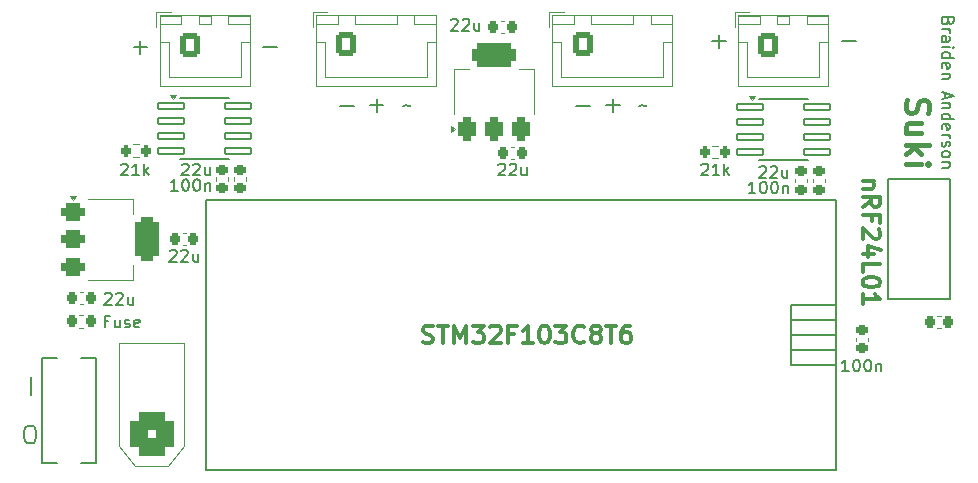
<source format=gto>
G04 #@! TF.GenerationSoftware,KiCad,Pcbnew,9.0.2+dfsg-1*
G04 #@! TF.CreationDate,2025-08-18T20:56:22-04:00*
G04 #@! TF.ProjectId,Basic_Controller,42617369-635f-4436-9f6e-74726f6c6c65,rev?*
G04 #@! TF.SameCoordinates,Original*
G04 #@! TF.FileFunction,Legend,Top*
G04 #@! TF.FilePolarity,Positive*
%FSLAX46Y46*%
G04 Gerber Fmt 4.6, Leading zero omitted, Abs format (unit mm)*
G04 Created by KiCad (PCBNEW 9.0.2+dfsg-1) date 2025-08-18 20:56:22*
%MOMM*%
%LPD*%
G01*
G04 APERTURE LIST*
G04 Aperture macros list*
%AMRoundRect*
0 Rectangle with rounded corners*
0 $1 Rounding radius*
0 $2 $3 $4 $5 $6 $7 $8 $9 X,Y pos of 4 corners*
0 Add a 4 corners polygon primitive as box body*
4,1,4,$2,$3,$4,$5,$6,$7,$8,$9,$2,$3,0*
0 Add four circle primitives for the rounded corners*
1,1,$1+$1,$2,$3*
1,1,$1+$1,$4,$5*
1,1,$1+$1,$6,$7*
1,1,$1+$1,$8,$9*
0 Add four rect primitives between the rounded corners*
20,1,$1+$1,$2,$3,$4,$5,0*
20,1,$1+$1,$4,$5,$6,$7,0*
20,1,$1+$1,$6,$7,$8,$9,0*
20,1,$1+$1,$8,$9,$2,$3,0*%
G04 Aperture macros list end*
%ADD10C,0.187500*%
%ADD11C,0.300000*%
%ADD12C,0.200000*%
%ADD13C,0.400000*%
%ADD14C,0.150000*%
%ADD15C,0.120000*%
%ADD16C,0.152400*%
%ADD17C,3.000000*%
%ADD18RoundRect,0.218750X0.218750X0.256250X-0.218750X0.256250X-0.218750X-0.256250X0.218750X-0.256250X0*%
%ADD19RoundRect,0.250000X-0.600000X-0.725000X0.600000X-0.725000X0.600000X0.725000X-0.600000X0.725000X0*%
%ADD20O,1.700000X1.950000*%
%ADD21R,2.400000X3.100000*%
%ADD22RoundRect,0.070000X-1.100000X-0.250000X1.100000X-0.250000X1.100000X0.250000X-1.100000X0.250000X0*%
%ADD23C,0.770000*%
%ADD24C,1.524000*%
%ADD25RoundRect,0.225000X0.250000X-0.225000X0.250000X0.225000X-0.250000X0.225000X-0.250000X-0.225000X0*%
%ADD26RoundRect,0.225000X-0.225000X-0.250000X0.225000X-0.250000X0.225000X0.250000X-0.225000X0.250000X0*%
%ADD27RoundRect,0.250000X-0.600000X-0.750000X0.600000X-0.750000X0.600000X0.750000X-0.600000X0.750000X0*%
%ADD28O,1.700000X2.000000*%
%ADD29C,1.320800*%
%ADD30RoundRect,0.200000X-0.200000X-0.275000X0.200000X-0.275000X0.200000X0.275000X-0.200000X0.275000X0*%
%ADD31RoundRect,0.760000X1.140000X-1.140000X1.140000X1.140000X-1.140000X1.140000X-1.140000X-1.140000X0*%
%ADD32C,4.000000*%
%ADD33RoundRect,0.375000X-0.625000X-0.375000X0.625000X-0.375000X0.625000X0.375000X-0.625000X0.375000X0*%
%ADD34RoundRect,0.500000X-0.500000X-1.400000X0.500000X-1.400000X0.500000X1.400000X-0.500000X1.400000X0*%
%ADD35RoundRect,0.225000X0.225000X0.250000X-0.225000X0.250000X-0.225000X-0.250000X0.225000X-0.250000X0*%
%ADD36RoundRect,0.375000X0.375000X-0.625000X0.375000X0.625000X-0.375000X0.625000X-0.375000X-0.625000X0*%
%ADD37RoundRect,0.500000X1.400000X-0.500000X1.400000X0.500000X-1.400000X0.500000X-1.400000X-0.500000X0*%
%ADD38R,1.295400X1.295400*%
%ADD39C,1.295400*%
%ADD40C,1.498600*%
G04 APERTURE END LIST*
D10*
X121306718Y-113179890D02*
X121306718Y-114679890D01*
D11*
X154483082Y-110229400D02*
X154697368Y-110300828D01*
X154697368Y-110300828D02*
X155054510Y-110300828D01*
X155054510Y-110300828D02*
X155197368Y-110229400D01*
X155197368Y-110229400D02*
X155268796Y-110157971D01*
X155268796Y-110157971D02*
X155340225Y-110015114D01*
X155340225Y-110015114D02*
X155340225Y-109872257D01*
X155340225Y-109872257D02*
X155268796Y-109729400D01*
X155268796Y-109729400D02*
X155197368Y-109657971D01*
X155197368Y-109657971D02*
X155054510Y-109586542D01*
X155054510Y-109586542D02*
X154768796Y-109515114D01*
X154768796Y-109515114D02*
X154625939Y-109443685D01*
X154625939Y-109443685D02*
X154554510Y-109372257D01*
X154554510Y-109372257D02*
X154483082Y-109229400D01*
X154483082Y-109229400D02*
X154483082Y-109086542D01*
X154483082Y-109086542D02*
X154554510Y-108943685D01*
X154554510Y-108943685D02*
X154625939Y-108872257D01*
X154625939Y-108872257D02*
X154768796Y-108800828D01*
X154768796Y-108800828D02*
X155125939Y-108800828D01*
X155125939Y-108800828D02*
X155340225Y-108872257D01*
X155768796Y-108800828D02*
X156625939Y-108800828D01*
X156197367Y-110300828D02*
X156197367Y-108800828D01*
X157125938Y-110300828D02*
X157125938Y-108800828D01*
X157125938Y-108800828D02*
X157625938Y-109872257D01*
X157625938Y-109872257D02*
X158125938Y-108800828D01*
X158125938Y-108800828D02*
X158125938Y-110300828D01*
X158697367Y-108800828D02*
X159625939Y-108800828D01*
X159625939Y-108800828D02*
X159125939Y-109372257D01*
X159125939Y-109372257D02*
X159340224Y-109372257D01*
X159340224Y-109372257D02*
X159483082Y-109443685D01*
X159483082Y-109443685D02*
X159554510Y-109515114D01*
X159554510Y-109515114D02*
X159625939Y-109657971D01*
X159625939Y-109657971D02*
X159625939Y-110015114D01*
X159625939Y-110015114D02*
X159554510Y-110157971D01*
X159554510Y-110157971D02*
X159483082Y-110229400D01*
X159483082Y-110229400D02*
X159340224Y-110300828D01*
X159340224Y-110300828D02*
X158911653Y-110300828D01*
X158911653Y-110300828D02*
X158768796Y-110229400D01*
X158768796Y-110229400D02*
X158697367Y-110157971D01*
X160197367Y-108943685D02*
X160268795Y-108872257D01*
X160268795Y-108872257D02*
X160411653Y-108800828D01*
X160411653Y-108800828D02*
X160768795Y-108800828D01*
X160768795Y-108800828D02*
X160911653Y-108872257D01*
X160911653Y-108872257D02*
X160983081Y-108943685D01*
X160983081Y-108943685D02*
X161054510Y-109086542D01*
X161054510Y-109086542D02*
X161054510Y-109229400D01*
X161054510Y-109229400D02*
X160983081Y-109443685D01*
X160983081Y-109443685D02*
X160125938Y-110300828D01*
X160125938Y-110300828D02*
X161054510Y-110300828D01*
X162197366Y-109515114D02*
X161697366Y-109515114D01*
X161697366Y-110300828D02*
X161697366Y-108800828D01*
X161697366Y-108800828D02*
X162411652Y-108800828D01*
X163768795Y-110300828D02*
X162911652Y-110300828D01*
X163340223Y-110300828D02*
X163340223Y-108800828D01*
X163340223Y-108800828D02*
X163197366Y-109015114D01*
X163197366Y-109015114D02*
X163054509Y-109157971D01*
X163054509Y-109157971D02*
X162911652Y-109229400D01*
X164697366Y-108800828D02*
X164840223Y-108800828D01*
X164840223Y-108800828D02*
X164983080Y-108872257D01*
X164983080Y-108872257D02*
X165054509Y-108943685D01*
X165054509Y-108943685D02*
X165125937Y-109086542D01*
X165125937Y-109086542D02*
X165197366Y-109372257D01*
X165197366Y-109372257D02*
X165197366Y-109729400D01*
X165197366Y-109729400D02*
X165125937Y-110015114D01*
X165125937Y-110015114D02*
X165054509Y-110157971D01*
X165054509Y-110157971D02*
X164983080Y-110229400D01*
X164983080Y-110229400D02*
X164840223Y-110300828D01*
X164840223Y-110300828D02*
X164697366Y-110300828D01*
X164697366Y-110300828D02*
X164554509Y-110229400D01*
X164554509Y-110229400D02*
X164483080Y-110157971D01*
X164483080Y-110157971D02*
X164411651Y-110015114D01*
X164411651Y-110015114D02*
X164340223Y-109729400D01*
X164340223Y-109729400D02*
X164340223Y-109372257D01*
X164340223Y-109372257D02*
X164411651Y-109086542D01*
X164411651Y-109086542D02*
X164483080Y-108943685D01*
X164483080Y-108943685D02*
X164554509Y-108872257D01*
X164554509Y-108872257D02*
X164697366Y-108800828D01*
X165697365Y-108800828D02*
X166625937Y-108800828D01*
X166625937Y-108800828D02*
X166125937Y-109372257D01*
X166125937Y-109372257D02*
X166340222Y-109372257D01*
X166340222Y-109372257D02*
X166483080Y-109443685D01*
X166483080Y-109443685D02*
X166554508Y-109515114D01*
X166554508Y-109515114D02*
X166625937Y-109657971D01*
X166625937Y-109657971D02*
X166625937Y-110015114D01*
X166625937Y-110015114D02*
X166554508Y-110157971D01*
X166554508Y-110157971D02*
X166483080Y-110229400D01*
X166483080Y-110229400D02*
X166340222Y-110300828D01*
X166340222Y-110300828D02*
X165911651Y-110300828D01*
X165911651Y-110300828D02*
X165768794Y-110229400D01*
X165768794Y-110229400D02*
X165697365Y-110157971D01*
X168125936Y-110157971D02*
X168054508Y-110229400D01*
X168054508Y-110229400D02*
X167840222Y-110300828D01*
X167840222Y-110300828D02*
X167697365Y-110300828D01*
X167697365Y-110300828D02*
X167483079Y-110229400D01*
X167483079Y-110229400D02*
X167340222Y-110086542D01*
X167340222Y-110086542D02*
X167268793Y-109943685D01*
X167268793Y-109943685D02*
X167197365Y-109657971D01*
X167197365Y-109657971D02*
X167197365Y-109443685D01*
X167197365Y-109443685D02*
X167268793Y-109157971D01*
X167268793Y-109157971D02*
X167340222Y-109015114D01*
X167340222Y-109015114D02*
X167483079Y-108872257D01*
X167483079Y-108872257D02*
X167697365Y-108800828D01*
X167697365Y-108800828D02*
X167840222Y-108800828D01*
X167840222Y-108800828D02*
X168054508Y-108872257D01*
X168054508Y-108872257D02*
X168125936Y-108943685D01*
X168983079Y-109443685D02*
X168840222Y-109372257D01*
X168840222Y-109372257D02*
X168768793Y-109300828D01*
X168768793Y-109300828D02*
X168697365Y-109157971D01*
X168697365Y-109157971D02*
X168697365Y-109086542D01*
X168697365Y-109086542D02*
X168768793Y-108943685D01*
X168768793Y-108943685D02*
X168840222Y-108872257D01*
X168840222Y-108872257D02*
X168983079Y-108800828D01*
X168983079Y-108800828D02*
X169268793Y-108800828D01*
X169268793Y-108800828D02*
X169411651Y-108872257D01*
X169411651Y-108872257D02*
X169483079Y-108943685D01*
X169483079Y-108943685D02*
X169554508Y-109086542D01*
X169554508Y-109086542D02*
X169554508Y-109157971D01*
X169554508Y-109157971D02*
X169483079Y-109300828D01*
X169483079Y-109300828D02*
X169411651Y-109372257D01*
X169411651Y-109372257D02*
X169268793Y-109443685D01*
X169268793Y-109443685D02*
X168983079Y-109443685D01*
X168983079Y-109443685D02*
X168840222Y-109515114D01*
X168840222Y-109515114D02*
X168768793Y-109586542D01*
X168768793Y-109586542D02*
X168697365Y-109729400D01*
X168697365Y-109729400D02*
X168697365Y-110015114D01*
X168697365Y-110015114D02*
X168768793Y-110157971D01*
X168768793Y-110157971D02*
X168840222Y-110229400D01*
X168840222Y-110229400D02*
X168983079Y-110300828D01*
X168983079Y-110300828D02*
X169268793Y-110300828D01*
X169268793Y-110300828D02*
X169411651Y-110229400D01*
X169411651Y-110229400D02*
X169483079Y-110157971D01*
X169483079Y-110157971D02*
X169554508Y-110015114D01*
X169554508Y-110015114D02*
X169554508Y-109729400D01*
X169554508Y-109729400D02*
X169483079Y-109586542D01*
X169483079Y-109586542D02*
X169411651Y-109515114D01*
X169411651Y-109515114D02*
X169268793Y-109443685D01*
X169983079Y-108800828D02*
X170840222Y-108800828D01*
X170411650Y-110300828D02*
X170411650Y-108800828D01*
X171983079Y-108800828D02*
X171697364Y-108800828D01*
X171697364Y-108800828D02*
X171554507Y-108872257D01*
X171554507Y-108872257D02*
X171483079Y-108943685D01*
X171483079Y-108943685D02*
X171340221Y-109157971D01*
X171340221Y-109157971D02*
X171268793Y-109443685D01*
X171268793Y-109443685D02*
X171268793Y-110015114D01*
X171268793Y-110015114D02*
X171340221Y-110157971D01*
X171340221Y-110157971D02*
X171411650Y-110229400D01*
X171411650Y-110229400D02*
X171554507Y-110300828D01*
X171554507Y-110300828D02*
X171840221Y-110300828D01*
X171840221Y-110300828D02*
X171983079Y-110229400D01*
X171983079Y-110229400D02*
X172054507Y-110157971D01*
X172054507Y-110157971D02*
X172125936Y-110015114D01*
X172125936Y-110015114D02*
X172125936Y-109657971D01*
X172125936Y-109657971D02*
X172054507Y-109515114D01*
X172054507Y-109515114D02*
X171983079Y-109443685D01*
X171983079Y-109443685D02*
X171840221Y-109372257D01*
X171840221Y-109372257D02*
X171554507Y-109372257D01*
X171554507Y-109372257D02*
X171411650Y-109443685D01*
X171411650Y-109443685D02*
X171340221Y-109515114D01*
X171340221Y-109515114D02*
X171268793Y-109657971D01*
D10*
X149989477Y-90157899D02*
X151132335Y-90157899D01*
X150560906Y-90729327D02*
X150560906Y-89586470D01*
X129980497Y-85235250D02*
X131123355Y-85235250D01*
X130551926Y-85806678D02*
X130551926Y-84663821D01*
X167480497Y-90235250D02*
X168623355Y-90235250D01*
D12*
X198939064Y-83035428D02*
X198891445Y-83178285D01*
X198891445Y-83178285D02*
X198843826Y-83225904D01*
X198843826Y-83225904D02*
X198748588Y-83273523D01*
X198748588Y-83273523D02*
X198605731Y-83273523D01*
X198605731Y-83273523D02*
X198510493Y-83225904D01*
X198510493Y-83225904D02*
X198462874Y-83178285D01*
X198462874Y-83178285D02*
X198415254Y-83083047D01*
X198415254Y-83083047D02*
X198415254Y-82702095D01*
X198415254Y-82702095D02*
X199415254Y-82702095D01*
X199415254Y-82702095D02*
X199415254Y-83035428D01*
X199415254Y-83035428D02*
X199367635Y-83130666D01*
X199367635Y-83130666D02*
X199320016Y-83178285D01*
X199320016Y-83178285D02*
X199224778Y-83225904D01*
X199224778Y-83225904D02*
X199129540Y-83225904D01*
X199129540Y-83225904D02*
X199034302Y-83178285D01*
X199034302Y-83178285D02*
X198986683Y-83130666D01*
X198986683Y-83130666D02*
X198939064Y-83035428D01*
X198939064Y-83035428D02*
X198939064Y-82702095D01*
X198415254Y-83702095D02*
X199081921Y-83702095D01*
X198891445Y-83702095D02*
X198986683Y-83749714D01*
X198986683Y-83749714D02*
X199034302Y-83797333D01*
X199034302Y-83797333D02*
X199081921Y-83892571D01*
X199081921Y-83892571D02*
X199081921Y-83987809D01*
X198415254Y-84749714D02*
X198939064Y-84749714D01*
X198939064Y-84749714D02*
X199034302Y-84702095D01*
X199034302Y-84702095D02*
X199081921Y-84606857D01*
X199081921Y-84606857D02*
X199081921Y-84416381D01*
X199081921Y-84416381D02*
X199034302Y-84321143D01*
X198462874Y-84749714D02*
X198415254Y-84654476D01*
X198415254Y-84654476D02*
X198415254Y-84416381D01*
X198415254Y-84416381D02*
X198462874Y-84321143D01*
X198462874Y-84321143D02*
X198558112Y-84273524D01*
X198558112Y-84273524D02*
X198653350Y-84273524D01*
X198653350Y-84273524D02*
X198748588Y-84321143D01*
X198748588Y-84321143D02*
X198796207Y-84416381D01*
X198796207Y-84416381D02*
X198796207Y-84654476D01*
X198796207Y-84654476D02*
X198843826Y-84749714D01*
X198415254Y-85225905D02*
X199081921Y-85225905D01*
X199415254Y-85225905D02*
X199367635Y-85178286D01*
X199367635Y-85178286D02*
X199320016Y-85225905D01*
X199320016Y-85225905D02*
X199367635Y-85273524D01*
X199367635Y-85273524D02*
X199415254Y-85225905D01*
X199415254Y-85225905D02*
X199320016Y-85225905D01*
X198415254Y-86130666D02*
X199415254Y-86130666D01*
X198462874Y-86130666D02*
X198415254Y-86035428D01*
X198415254Y-86035428D02*
X198415254Y-85844952D01*
X198415254Y-85844952D02*
X198462874Y-85749714D01*
X198462874Y-85749714D02*
X198510493Y-85702095D01*
X198510493Y-85702095D02*
X198605731Y-85654476D01*
X198605731Y-85654476D02*
X198891445Y-85654476D01*
X198891445Y-85654476D02*
X198986683Y-85702095D01*
X198986683Y-85702095D02*
X199034302Y-85749714D01*
X199034302Y-85749714D02*
X199081921Y-85844952D01*
X199081921Y-85844952D02*
X199081921Y-86035428D01*
X199081921Y-86035428D02*
X199034302Y-86130666D01*
X198462874Y-86987809D02*
X198415254Y-86892571D01*
X198415254Y-86892571D02*
X198415254Y-86702095D01*
X198415254Y-86702095D02*
X198462874Y-86606857D01*
X198462874Y-86606857D02*
X198558112Y-86559238D01*
X198558112Y-86559238D02*
X198939064Y-86559238D01*
X198939064Y-86559238D02*
X199034302Y-86606857D01*
X199034302Y-86606857D02*
X199081921Y-86702095D01*
X199081921Y-86702095D02*
X199081921Y-86892571D01*
X199081921Y-86892571D02*
X199034302Y-86987809D01*
X199034302Y-86987809D02*
X198939064Y-87035428D01*
X198939064Y-87035428D02*
X198843826Y-87035428D01*
X198843826Y-87035428D02*
X198748588Y-86559238D01*
X199081921Y-87464000D02*
X198415254Y-87464000D01*
X198986683Y-87464000D02*
X199034302Y-87511619D01*
X199034302Y-87511619D02*
X199081921Y-87606857D01*
X199081921Y-87606857D02*
X199081921Y-87749714D01*
X199081921Y-87749714D02*
X199034302Y-87844952D01*
X199034302Y-87844952D02*
X198939064Y-87892571D01*
X198939064Y-87892571D02*
X198415254Y-87892571D01*
X198700969Y-89083048D02*
X198700969Y-89559238D01*
X198415254Y-88987810D02*
X199415254Y-89321143D01*
X199415254Y-89321143D02*
X198415254Y-89654476D01*
X199081921Y-89987810D02*
X198415254Y-89987810D01*
X198986683Y-89987810D02*
X199034302Y-90035429D01*
X199034302Y-90035429D02*
X199081921Y-90130667D01*
X199081921Y-90130667D02*
X199081921Y-90273524D01*
X199081921Y-90273524D02*
X199034302Y-90368762D01*
X199034302Y-90368762D02*
X198939064Y-90416381D01*
X198939064Y-90416381D02*
X198415254Y-90416381D01*
X198415254Y-91321143D02*
X199415254Y-91321143D01*
X198462874Y-91321143D02*
X198415254Y-91225905D01*
X198415254Y-91225905D02*
X198415254Y-91035429D01*
X198415254Y-91035429D02*
X198462874Y-90940191D01*
X198462874Y-90940191D02*
X198510493Y-90892572D01*
X198510493Y-90892572D02*
X198605731Y-90844953D01*
X198605731Y-90844953D02*
X198891445Y-90844953D01*
X198891445Y-90844953D02*
X198986683Y-90892572D01*
X198986683Y-90892572D02*
X199034302Y-90940191D01*
X199034302Y-90940191D02*
X199081921Y-91035429D01*
X199081921Y-91035429D02*
X199081921Y-91225905D01*
X199081921Y-91225905D02*
X199034302Y-91321143D01*
X198462874Y-92178286D02*
X198415254Y-92083048D01*
X198415254Y-92083048D02*
X198415254Y-91892572D01*
X198415254Y-91892572D02*
X198462874Y-91797334D01*
X198462874Y-91797334D02*
X198558112Y-91749715D01*
X198558112Y-91749715D02*
X198939064Y-91749715D01*
X198939064Y-91749715D02*
X199034302Y-91797334D01*
X199034302Y-91797334D02*
X199081921Y-91892572D01*
X199081921Y-91892572D02*
X199081921Y-92083048D01*
X199081921Y-92083048D02*
X199034302Y-92178286D01*
X199034302Y-92178286D02*
X198939064Y-92225905D01*
X198939064Y-92225905D02*
X198843826Y-92225905D01*
X198843826Y-92225905D02*
X198748588Y-91749715D01*
X198415254Y-92654477D02*
X199081921Y-92654477D01*
X198891445Y-92654477D02*
X198986683Y-92702096D01*
X198986683Y-92702096D02*
X199034302Y-92749715D01*
X199034302Y-92749715D02*
X199081921Y-92844953D01*
X199081921Y-92844953D02*
X199081921Y-92940191D01*
X198462874Y-93225906D02*
X198415254Y-93321144D01*
X198415254Y-93321144D02*
X198415254Y-93511620D01*
X198415254Y-93511620D02*
X198462874Y-93606858D01*
X198462874Y-93606858D02*
X198558112Y-93654477D01*
X198558112Y-93654477D02*
X198605731Y-93654477D01*
X198605731Y-93654477D02*
X198700969Y-93606858D01*
X198700969Y-93606858D02*
X198748588Y-93511620D01*
X198748588Y-93511620D02*
X198748588Y-93368763D01*
X198748588Y-93368763D02*
X198796207Y-93273525D01*
X198796207Y-93273525D02*
X198891445Y-93225906D01*
X198891445Y-93225906D02*
X198939064Y-93225906D01*
X198939064Y-93225906D02*
X199034302Y-93273525D01*
X199034302Y-93273525D02*
X199081921Y-93368763D01*
X199081921Y-93368763D02*
X199081921Y-93511620D01*
X199081921Y-93511620D02*
X199034302Y-93606858D01*
X198415254Y-94225906D02*
X198462874Y-94130668D01*
X198462874Y-94130668D02*
X198510493Y-94083049D01*
X198510493Y-94083049D02*
X198605731Y-94035430D01*
X198605731Y-94035430D02*
X198891445Y-94035430D01*
X198891445Y-94035430D02*
X198986683Y-94083049D01*
X198986683Y-94083049D02*
X199034302Y-94130668D01*
X199034302Y-94130668D02*
X199081921Y-94225906D01*
X199081921Y-94225906D02*
X199081921Y-94368763D01*
X199081921Y-94368763D02*
X199034302Y-94464001D01*
X199034302Y-94464001D02*
X198986683Y-94511620D01*
X198986683Y-94511620D02*
X198891445Y-94559239D01*
X198891445Y-94559239D02*
X198605731Y-94559239D01*
X198605731Y-94559239D02*
X198510493Y-94511620D01*
X198510493Y-94511620D02*
X198462874Y-94464001D01*
X198462874Y-94464001D02*
X198415254Y-94368763D01*
X198415254Y-94368763D02*
X198415254Y-94225906D01*
X199081921Y-94987811D02*
X198415254Y-94987811D01*
X198986683Y-94987811D02*
X199034302Y-95035430D01*
X199034302Y-95035430D02*
X199081921Y-95130668D01*
X199081921Y-95130668D02*
X199081921Y-95273525D01*
X199081921Y-95273525D02*
X199034302Y-95368763D01*
X199034302Y-95368763D02*
X198939064Y-95416382D01*
X198939064Y-95416382D02*
X198415254Y-95416382D01*
D10*
X152766212Y-90235250D02*
X152837640Y-90163821D01*
X152837640Y-90163821D02*
X152980497Y-90092392D01*
X152980497Y-90092392D02*
X153266212Y-90235250D01*
X153266212Y-90235250D02*
X153409069Y-90163821D01*
X153409069Y-90163821D02*
X153480497Y-90092392D01*
X172766212Y-90235250D02*
X172837640Y-90163821D01*
X172837640Y-90163821D02*
X172980497Y-90092392D01*
X172980497Y-90092392D02*
X173266212Y-90235250D01*
X173266212Y-90235250D02*
X173409069Y-90163821D01*
X173409069Y-90163821D02*
X173480497Y-90092392D01*
D11*
X192699171Y-96554510D02*
X191699171Y-96554510D01*
X192556314Y-96554510D02*
X192627742Y-96625939D01*
X192627742Y-96625939D02*
X192699171Y-96768796D01*
X192699171Y-96768796D02*
X192699171Y-96983082D01*
X192699171Y-96983082D02*
X192627742Y-97125939D01*
X192627742Y-97125939D02*
X192484885Y-97197368D01*
X192484885Y-97197368D02*
X191699171Y-97197368D01*
X191699171Y-98768796D02*
X192413457Y-98268796D01*
X191699171Y-97911653D02*
X193199171Y-97911653D01*
X193199171Y-97911653D02*
X193199171Y-98483082D01*
X193199171Y-98483082D02*
X193127742Y-98625939D01*
X193127742Y-98625939D02*
X193056314Y-98697368D01*
X193056314Y-98697368D02*
X192913457Y-98768796D01*
X192913457Y-98768796D02*
X192699171Y-98768796D01*
X192699171Y-98768796D02*
X192556314Y-98697368D01*
X192556314Y-98697368D02*
X192484885Y-98625939D01*
X192484885Y-98625939D02*
X192413457Y-98483082D01*
X192413457Y-98483082D02*
X192413457Y-97911653D01*
X192484885Y-99911653D02*
X192484885Y-99411653D01*
X191699171Y-99411653D02*
X193199171Y-99411653D01*
X193199171Y-99411653D02*
X193199171Y-100125939D01*
X193056314Y-100625939D02*
X193127742Y-100697367D01*
X193127742Y-100697367D02*
X193199171Y-100840225D01*
X193199171Y-100840225D02*
X193199171Y-101197367D01*
X193199171Y-101197367D02*
X193127742Y-101340225D01*
X193127742Y-101340225D02*
X193056314Y-101411653D01*
X193056314Y-101411653D02*
X192913457Y-101483082D01*
X192913457Y-101483082D02*
X192770600Y-101483082D01*
X192770600Y-101483082D02*
X192556314Y-101411653D01*
X192556314Y-101411653D02*
X191699171Y-100554510D01*
X191699171Y-100554510D02*
X191699171Y-101483082D01*
X192699171Y-102768796D02*
X191699171Y-102768796D01*
X193270600Y-102411653D02*
X192199171Y-102054510D01*
X192199171Y-102054510D02*
X192199171Y-102983081D01*
X191699171Y-104268795D02*
X191699171Y-103554509D01*
X191699171Y-103554509D02*
X193199171Y-103554509D01*
X193199171Y-105054510D02*
X193199171Y-105197367D01*
X193199171Y-105197367D02*
X193127742Y-105340224D01*
X193127742Y-105340224D02*
X193056314Y-105411653D01*
X193056314Y-105411653D02*
X192913457Y-105483081D01*
X192913457Y-105483081D02*
X192627742Y-105554510D01*
X192627742Y-105554510D02*
X192270600Y-105554510D01*
X192270600Y-105554510D02*
X191984885Y-105483081D01*
X191984885Y-105483081D02*
X191842028Y-105411653D01*
X191842028Y-105411653D02*
X191770600Y-105340224D01*
X191770600Y-105340224D02*
X191699171Y-105197367D01*
X191699171Y-105197367D02*
X191699171Y-105054510D01*
X191699171Y-105054510D02*
X191770600Y-104911653D01*
X191770600Y-104911653D02*
X191842028Y-104840224D01*
X191842028Y-104840224D02*
X191984885Y-104768795D01*
X191984885Y-104768795D02*
X192270600Y-104697367D01*
X192270600Y-104697367D02*
X192627742Y-104697367D01*
X192627742Y-104697367D02*
X192913457Y-104768795D01*
X192913457Y-104768795D02*
X193056314Y-104840224D01*
X193056314Y-104840224D02*
X193127742Y-104911653D01*
X193127742Y-104911653D02*
X193199171Y-105054510D01*
X191699171Y-106983081D02*
X191699171Y-106125938D01*
X191699171Y-106554509D02*
X193199171Y-106554509D01*
X193199171Y-106554509D02*
X192984885Y-106411652D01*
X192984885Y-106411652D02*
X192842028Y-106268795D01*
X192842028Y-106268795D02*
X192770600Y-106125938D01*
D10*
X178980497Y-84735250D02*
X180123355Y-84735250D01*
X179551926Y-85306678D02*
X179551926Y-84163821D01*
X169989477Y-90157899D02*
X171132335Y-90157899D01*
X170560906Y-90729327D02*
X170560906Y-89586470D01*
X147480497Y-90235250D02*
X148623355Y-90235250D01*
X140980497Y-85235250D02*
X142123355Y-85235250D01*
X121381432Y-118768501D02*
X121095718Y-118768501D01*
X121095718Y-118768501D02*
X120952861Y-118697072D01*
X120952861Y-118697072D02*
X120810004Y-118554215D01*
X120810004Y-118554215D02*
X120738575Y-118268501D01*
X120738575Y-118268501D02*
X120738575Y-117768501D01*
X120738575Y-117768501D02*
X120810004Y-117482787D01*
X120810004Y-117482787D02*
X120952861Y-117339930D01*
X120952861Y-117339930D02*
X121095718Y-117268501D01*
X121095718Y-117268501D02*
X121381432Y-117268501D01*
X121381432Y-117268501D02*
X121524290Y-117339930D01*
X121524290Y-117339930D02*
X121667147Y-117482787D01*
X121667147Y-117482787D02*
X121738575Y-117768501D01*
X121738575Y-117768501D02*
X121738575Y-118268501D01*
X121738575Y-118268501D02*
X121667147Y-118554215D01*
X121667147Y-118554215D02*
X121524290Y-118697072D01*
X121524290Y-118697072D02*
X121381432Y-118768501D01*
D13*
X195449742Y-89664873D02*
X195354503Y-89950587D01*
X195354503Y-89950587D02*
X195354503Y-90426778D01*
X195354503Y-90426778D02*
X195449742Y-90617254D01*
X195449742Y-90617254D02*
X195544980Y-90712492D01*
X195544980Y-90712492D02*
X195735456Y-90807730D01*
X195735456Y-90807730D02*
X195925932Y-90807730D01*
X195925932Y-90807730D02*
X196116408Y-90712492D01*
X196116408Y-90712492D02*
X196211646Y-90617254D01*
X196211646Y-90617254D02*
X196306884Y-90426778D01*
X196306884Y-90426778D02*
X196402122Y-90045825D01*
X196402122Y-90045825D02*
X196497361Y-89855349D01*
X196497361Y-89855349D02*
X196592599Y-89760111D01*
X196592599Y-89760111D02*
X196783075Y-89664873D01*
X196783075Y-89664873D02*
X196973551Y-89664873D01*
X196973551Y-89664873D02*
X197164027Y-89760111D01*
X197164027Y-89760111D02*
X197259265Y-89855349D01*
X197259265Y-89855349D02*
X197354503Y-90045825D01*
X197354503Y-90045825D02*
X197354503Y-90522016D01*
X197354503Y-90522016D02*
X197259265Y-90807730D01*
X196687837Y-92522016D02*
X195354503Y-92522016D01*
X196687837Y-91664873D02*
X195640218Y-91664873D01*
X195640218Y-91664873D02*
X195449742Y-91760111D01*
X195449742Y-91760111D02*
X195354503Y-91950587D01*
X195354503Y-91950587D02*
X195354503Y-92236302D01*
X195354503Y-92236302D02*
X195449742Y-92426778D01*
X195449742Y-92426778D02*
X195544980Y-92522016D01*
X195354503Y-93474397D02*
X197354503Y-93474397D01*
X196116408Y-93664873D02*
X195354503Y-94236302D01*
X196687837Y-94236302D02*
X195925932Y-93474397D01*
X195354503Y-95093445D02*
X196687837Y-95093445D01*
X197354503Y-95093445D02*
X197259265Y-94998207D01*
X197259265Y-94998207D02*
X197164027Y-95093445D01*
X197164027Y-95093445D02*
X197259265Y-95188683D01*
X197259265Y-95188683D02*
X197354503Y-95093445D01*
X197354503Y-95093445D02*
X197164027Y-95093445D01*
D10*
X189980497Y-84735250D02*
X191123355Y-84735250D01*
D14*
X127857142Y-108431009D02*
X127523809Y-108431009D01*
X127523809Y-108954819D02*
X127523809Y-107954819D01*
X127523809Y-107954819D02*
X127999999Y-107954819D01*
X128809523Y-108288152D02*
X128809523Y-108954819D01*
X128380952Y-108288152D02*
X128380952Y-108811961D01*
X128380952Y-108811961D02*
X128428571Y-108907200D01*
X128428571Y-108907200D02*
X128523809Y-108954819D01*
X128523809Y-108954819D02*
X128666666Y-108954819D01*
X128666666Y-108954819D02*
X128761904Y-108907200D01*
X128761904Y-108907200D02*
X128809523Y-108859580D01*
X129238095Y-108907200D02*
X129333333Y-108954819D01*
X129333333Y-108954819D02*
X129523809Y-108954819D01*
X129523809Y-108954819D02*
X129619047Y-108907200D01*
X129619047Y-108907200D02*
X129666666Y-108811961D01*
X129666666Y-108811961D02*
X129666666Y-108764342D01*
X129666666Y-108764342D02*
X129619047Y-108669104D01*
X129619047Y-108669104D02*
X129523809Y-108621485D01*
X129523809Y-108621485D02*
X129380952Y-108621485D01*
X129380952Y-108621485D02*
X129285714Y-108573866D01*
X129285714Y-108573866D02*
X129238095Y-108478628D01*
X129238095Y-108478628D02*
X129238095Y-108431009D01*
X129238095Y-108431009D02*
X129285714Y-108335771D01*
X129285714Y-108335771D02*
X129380952Y-108288152D01*
X129380952Y-108288152D02*
X129523809Y-108288152D01*
X129523809Y-108288152D02*
X129619047Y-108335771D01*
X130476190Y-108907200D02*
X130380952Y-108954819D01*
X130380952Y-108954819D02*
X130190476Y-108954819D01*
X130190476Y-108954819D02*
X130095238Y-108907200D01*
X130095238Y-108907200D02*
X130047619Y-108811961D01*
X130047619Y-108811961D02*
X130047619Y-108431009D01*
X130047619Y-108431009D02*
X130095238Y-108335771D01*
X130095238Y-108335771D02*
X130190476Y-108288152D01*
X130190476Y-108288152D02*
X130380952Y-108288152D01*
X130380952Y-108288152D02*
X130476190Y-108335771D01*
X130476190Y-108335771D02*
X130523809Y-108431009D01*
X130523809Y-108431009D02*
X130523809Y-108526247D01*
X130523809Y-108526247D02*
X130047619Y-108621485D01*
X182627625Y-97603930D02*
X182056197Y-97603930D01*
X182341911Y-97603930D02*
X182341911Y-96603930D01*
X182341911Y-96603930D02*
X182246673Y-96746787D01*
X182246673Y-96746787D02*
X182151435Y-96842025D01*
X182151435Y-96842025D02*
X182056197Y-96889644D01*
X183246673Y-96603930D02*
X183341911Y-96603930D01*
X183341911Y-96603930D02*
X183437149Y-96651549D01*
X183437149Y-96651549D02*
X183484768Y-96699168D01*
X183484768Y-96699168D02*
X183532387Y-96794406D01*
X183532387Y-96794406D02*
X183580006Y-96984882D01*
X183580006Y-96984882D02*
X183580006Y-97222977D01*
X183580006Y-97222977D02*
X183532387Y-97413453D01*
X183532387Y-97413453D02*
X183484768Y-97508691D01*
X183484768Y-97508691D02*
X183437149Y-97556311D01*
X183437149Y-97556311D02*
X183341911Y-97603930D01*
X183341911Y-97603930D02*
X183246673Y-97603930D01*
X183246673Y-97603930D02*
X183151435Y-97556311D01*
X183151435Y-97556311D02*
X183103816Y-97508691D01*
X183103816Y-97508691D02*
X183056197Y-97413453D01*
X183056197Y-97413453D02*
X183008578Y-97222977D01*
X183008578Y-97222977D02*
X183008578Y-96984882D01*
X183008578Y-96984882D02*
X183056197Y-96794406D01*
X183056197Y-96794406D02*
X183103816Y-96699168D01*
X183103816Y-96699168D02*
X183151435Y-96651549D01*
X183151435Y-96651549D02*
X183246673Y-96603930D01*
X184199054Y-96603930D02*
X184294292Y-96603930D01*
X184294292Y-96603930D02*
X184389530Y-96651549D01*
X184389530Y-96651549D02*
X184437149Y-96699168D01*
X184437149Y-96699168D02*
X184484768Y-96794406D01*
X184484768Y-96794406D02*
X184532387Y-96984882D01*
X184532387Y-96984882D02*
X184532387Y-97222977D01*
X184532387Y-97222977D02*
X184484768Y-97413453D01*
X184484768Y-97413453D02*
X184437149Y-97508691D01*
X184437149Y-97508691D02*
X184389530Y-97556311D01*
X184389530Y-97556311D02*
X184294292Y-97603930D01*
X184294292Y-97603930D02*
X184199054Y-97603930D01*
X184199054Y-97603930D02*
X184103816Y-97556311D01*
X184103816Y-97556311D02*
X184056197Y-97508691D01*
X184056197Y-97508691D02*
X184008578Y-97413453D01*
X184008578Y-97413453D02*
X183960959Y-97222977D01*
X183960959Y-97222977D02*
X183960959Y-96984882D01*
X183960959Y-96984882D02*
X184008578Y-96794406D01*
X184008578Y-96794406D02*
X184056197Y-96699168D01*
X184056197Y-96699168D02*
X184103816Y-96651549D01*
X184103816Y-96651549D02*
X184199054Y-96603930D01*
X184960959Y-96937263D02*
X184960959Y-97603930D01*
X184960959Y-97032501D02*
X185008578Y-96984882D01*
X185008578Y-96984882D02*
X185103816Y-96937263D01*
X185103816Y-96937263D02*
X185246673Y-96937263D01*
X185246673Y-96937263D02*
X185341911Y-96984882D01*
X185341911Y-96984882D02*
X185389530Y-97080120D01*
X185389530Y-97080120D02*
X185389530Y-97603930D01*
X134085042Y-95174267D02*
X134132661Y-95126648D01*
X134132661Y-95126648D02*
X134227899Y-95079029D01*
X134227899Y-95079029D02*
X134465994Y-95079029D01*
X134465994Y-95079029D02*
X134561232Y-95126648D01*
X134561232Y-95126648D02*
X134608851Y-95174267D01*
X134608851Y-95174267D02*
X134656470Y-95269505D01*
X134656470Y-95269505D02*
X134656470Y-95364743D01*
X134656470Y-95364743D02*
X134608851Y-95507600D01*
X134608851Y-95507600D02*
X134037423Y-96079029D01*
X134037423Y-96079029D02*
X134656470Y-96079029D01*
X135037423Y-95174267D02*
X135085042Y-95126648D01*
X135085042Y-95126648D02*
X135180280Y-95079029D01*
X135180280Y-95079029D02*
X135418375Y-95079029D01*
X135418375Y-95079029D02*
X135513613Y-95126648D01*
X135513613Y-95126648D02*
X135561232Y-95174267D01*
X135561232Y-95174267D02*
X135608851Y-95269505D01*
X135608851Y-95269505D02*
X135608851Y-95364743D01*
X135608851Y-95364743D02*
X135561232Y-95507600D01*
X135561232Y-95507600D02*
X134989804Y-96079029D01*
X134989804Y-96079029D02*
X135608851Y-96079029D01*
X136465994Y-95412362D02*
X136465994Y-96079029D01*
X136037423Y-95412362D02*
X136037423Y-95936171D01*
X136037423Y-95936171D02*
X136085042Y-96031410D01*
X136085042Y-96031410D02*
X136180280Y-96079029D01*
X136180280Y-96079029D02*
X136323137Y-96079029D01*
X136323137Y-96079029D02*
X136418375Y-96031410D01*
X136418375Y-96031410D02*
X136465994Y-95983790D01*
X190532205Y-112683620D02*
X189960777Y-112683620D01*
X190246491Y-112683620D02*
X190246491Y-111683620D01*
X190246491Y-111683620D02*
X190151253Y-111826477D01*
X190151253Y-111826477D02*
X190056015Y-111921715D01*
X190056015Y-111921715D02*
X189960777Y-111969334D01*
X191151253Y-111683620D02*
X191246491Y-111683620D01*
X191246491Y-111683620D02*
X191341729Y-111731239D01*
X191341729Y-111731239D02*
X191389348Y-111778858D01*
X191389348Y-111778858D02*
X191436967Y-111874096D01*
X191436967Y-111874096D02*
X191484586Y-112064572D01*
X191484586Y-112064572D02*
X191484586Y-112302667D01*
X191484586Y-112302667D02*
X191436967Y-112493143D01*
X191436967Y-112493143D02*
X191389348Y-112588381D01*
X191389348Y-112588381D02*
X191341729Y-112636001D01*
X191341729Y-112636001D02*
X191246491Y-112683620D01*
X191246491Y-112683620D02*
X191151253Y-112683620D01*
X191151253Y-112683620D02*
X191056015Y-112636001D01*
X191056015Y-112636001D02*
X191008396Y-112588381D01*
X191008396Y-112588381D02*
X190960777Y-112493143D01*
X190960777Y-112493143D02*
X190913158Y-112302667D01*
X190913158Y-112302667D02*
X190913158Y-112064572D01*
X190913158Y-112064572D02*
X190960777Y-111874096D01*
X190960777Y-111874096D02*
X191008396Y-111778858D01*
X191008396Y-111778858D02*
X191056015Y-111731239D01*
X191056015Y-111731239D02*
X191151253Y-111683620D01*
X192103634Y-111683620D02*
X192198872Y-111683620D01*
X192198872Y-111683620D02*
X192294110Y-111731239D01*
X192294110Y-111731239D02*
X192341729Y-111778858D01*
X192341729Y-111778858D02*
X192389348Y-111874096D01*
X192389348Y-111874096D02*
X192436967Y-112064572D01*
X192436967Y-112064572D02*
X192436967Y-112302667D01*
X192436967Y-112302667D02*
X192389348Y-112493143D01*
X192389348Y-112493143D02*
X192341729Y-112588381D01*
X192341729Y-112588381D02*
X192294110Y-112636001D01*
X192294110Y-112636001D02*
X192198872Y-112683620D01*
X192198872Y-112683620D02*
X192103634Y-112683620D01*
X192103634Y-112683620D02*
X192008396Y-112636001D01*
X192008396Y-112636001D02*
X191960777Y-112588381D01*
X191960777Y-112588381D02*
X191913158Y-112493143D01*
X191913158Y-112493143D02*
X191865539Y-112302667D01*
X191865539Y-112302667D02*
X191865539Y-112064572D01*
X191865539Y-112064572D02*
X191913158Y-111874096D01*
X191913158Y-111874096D02*
X191960777Y-111778858D01*
X191960777Y-111778858D02*
X192008396Y-111731239D01*
X192008396Y-111731239D02*
X192103634Y-111683620D01*
X192865539Y-112016953D02*
X192865539Y-112683620D01*
X192865539Y-112112191D02*
X192913158Y-112064572D01*
X192913158Y-112064572D02*
X193008396Y-112016953D01*
X193008396Y-112016953D02*
X193151253Y-112016953D01*
X193151253Y-112016953D02*
X193246491Y-112064572D01*
X193246491Y-112064572D02*
X193294110Y-112159810D01*
X193294110Y-112159810D02*
X193294110Y-112683620D01*
X156879333Y-82911754D02*
X156926952Y-82864135D01*
X156926952Y-82864135D02*
X157022190Y-82816516D01*
X157022190Y-82816516D02*
X157260285Y-82816516D01*
X157260285Y-82816516D02*
X157355523Y-82864135D01*
X157355523Y-82864135D02*
X157403142Y-82911754D01*
X157403142Y-82911754D02*
X157450761Y-83006992D01*
X157450761Y-83006992D02*
X157450761Y-83102230D01*
X157450761Y-83102230D02*
X157403142Y-83245087D01*
X157403142Y-83245087D02*
X156831714Y-83816516D01*
X156831714Y-83816516D02*
X157450761Y-83816516D01*
X157831714Y-82911754D02*
X157879333Y-82864135D01*
X157879333Y-82864135D02*
X157974571Y-82816516D01*
X157974571Y-82816516D02*
X158212666Y-82816516D01*
X158212666Y-82816516D02*
X158307904Y-82864135D01*
X158307904Y-82864135D02*
X158355523Y-82911754D01*
X158355523Y-82911754D02*
X158403142Y-83006992D01*
X158403142Y-83006992D02*
X158403142Y-83102230D01*
X158403142Y-83102230D02*
X158355523Y-83245087D01*
X158355523Y-83245087D02*
X157784095Y-83816516D01*
X157784095Y-83816516D02*
X158403142Y-83816516D01*
X159260285Y-83149849D02*
X159260285Y-83816516D01*
X158831714Y-83149849D02*
X158831714Y-83673658D01*
X158831714Y-83673658D02*
X158879333Y-83768897D01*
X158879333Y-83768897D02*
X158974571Y-83816516D01*
X158974571Y-83816516D02*
X159117428Y-83816516D01*
X159117428Y-83816516D02*
X159212666Y-83768897D01*
X159212666Y-83768897D02*
X159260285Y-83721277D01*
X182965341Y-95397588D02*
X183012960Y-95349969D01*
X183012960Y-95349969D02*
X183108198Y-95302350D01*
X183108198Y-95302350D02*
X183346293Y-95302350D01*
X183346293Y-95302350D02*
X183441531Y-95349969D01*
X183441531Y-95349969D02*
X183489150Y-95397588D01*
X183489150Y-95397588D02*
X183536769Y-95492826D01*
X183536769Y-95492826D02*
X183536769Y-95588064D01*
X183536769Y-95588064D02*
X183489150Y-95730921D01*
X183489150Y-95730921D02*
X182917722Y-96302350D01*
X182917722Y-96302350D02*
X183536769Y-96302350D01*
X183917722Y-95397588D02*
X183965341Y-95349969D01*
X183965341Y-95349969D02*
X184060579Y-95302350D01*
X184060579Y-95302350D02*
X184298674Y-95302350D01*
X184298674Y-95302350D02*
X184393912Y-95349969D01*
X184393912Y-95349969D02*
X184441531Y-95397588D01*
X184441531Y-95397588D02*
X184489150Y-95492826D01*
X184489150Y-95492826D02*
X184489150Y-95588064D01*
X184489150Y-95588064D02*
X184441531Y-95730921D01*
X184441531Y-95730921D02*
X183870103Y-96302350D01*
X183870103Y-96302350D02*
X184489150Y-96302350D01*
X185346293Y-95635683D02*
X185346293Y-96302350D01*
X184917722Y-95635683D02*
X184917722Y-96159492D01*
X184917722Y-96159492D02*
X184965341Y-96254731D01*
X184965341Y-96254731D02*
X185060579Y-96302350D01*
X185060579Y-96302350D02*
X185203436Y-96302350D01*
X185203436Y-96302350D02*
X185298674Y-96254731D01*
X185298674Y-96254731D02*
X185346293Y-96207111D01*
X127551137Y-106128530D02*
X127598756Y-106080911D01*
X127598756Y-106080911D02*
X127693994Y-106033292D01*
X127693994Y-106033292D02*
X127932089Y-106033292D01*
X127932089Y-106033292D02*
X128027327Y-106080911D01*
X128027327Y-106080911D02*
X128074946Y-106128530D01*
X128074946Y-106128530D02*
X128122565Y-106223768D01*
X128122565Y-106223768D02*
X128122565Y-106319006D01*
X128122565Y-106319006D02*
X128074946Y-106461863D01*
X128074946Y-106461863D02*
X127503518Y-107033292D01*
X127503518Y-107033292D02*
X128122565Y-107033292D01*
X128503518Y-106128530D02*
X128551137Y-106080911D01*
X128551137Y-106080911D02*
X128646375Y-106033292D01*
X128646375Y-106033292D02*
X128884470Y-106033292D01*
X128884470Y-106033292D02*
X128979708Y-106080911D01*
X128979708Y-106080911D02*
X129027327Y-106128530D01*
X129027327Y-106128530D02*
X129074946Y-106223768D01*
X129074946Y-106223768D02*
X129074946Y-106319006D01*
X129074946Y-106319006D02*
X129027327Y-106461863D01*
X129027327Y-106461863D02*
X128455899Y-107033292D01*
X128455899Y-107033292D02*
X129074946Y-107033292D01*
X129932089Y-106366625D02*
X129932089Y-107033292D01*
X129503518Y-106366625D02*
X129503518Y-106890434D01*
X129503518Y-106890434D02*
X129551137Y-106985673D01*
X129551137Y-106985673D02*
X129646375Y-107033292D01*
X129646375Y-107033292D02*
X129789232Y-107033292D01*
X129789232Y-107033292D02*
X129884470Y-106985673D01*
X129884470Y-106985673D02*
X129932089Y-106938053D01*
X178056461Y-95174267D02*
X178104080Y-95126648D01*
X178104080Y-95126648D02*
X178199318Y-95079029D01*
X178199318Y-95079029D02*
X178437413Y-95079029D01*
X178437413Y-95079029D02*
X178532651Y-95126648D01*
X178532651Y-95126648D02*
X178580270Y-95174267D01*
X178580270Y-95174267D02*
X178627889Y-95269505D01*
X178627889Y-95269505D02*
X178627889Y-95364743D01*
X178627889Y-95364743D02*
X178580270Y-95507600D01*
X178580270Y-95507600D02*
X178008842Y-96079029D01*
X178008842Y-96079029D02*
X178627889Y-96079029D01*
X179580270Y-96079029D02*
X179008842Y-96079029D01*
X179294556Y-96079029D02*
X179294556Y-95079029D01*
X179294556Y-95079029D02*
X179199318Y-95221886D01*
X179199318Y-95221886D02*
X179104080Y-95317124D01*
X179104080Y-95317124D02*
X179008842Y-95364743D01*
X180008842Y-96079029D02*
X180008842Y-95079029D01*
X180104080Y-95698076D02*
X180389794Y-96079029D01*
X180389794Y-95412362D02*
X180008842Y-95793314D01*
X133708680Y-97396301D02*
X133137252Y-97396301D01*
X133422966Y-97396301D02*
X133422966Y-96396301D01*
X133422966Y-96396301D02*
X133327728Y-96539158D01*
X133327728Y-96539158D02*
X133232490Y-96634396D01*
X133232490Y-96634396D02*
X133137252Y-96682015D01*
X134327728Y-96396301D02*
X134422966Y-96396301D01*
X134422966Y-96396301D02*
X134518204Y-96443920D01*
X134518204Y-96443920D02*
X134565823Y-96491539D01*
X134565823Y-96491539D02*
X134613442Y-96586777D01*
X134613442Y-96586777D02*
X134661061Y-96777253D01*
X134661061Y-96777253D02*
X134661061Y-97015348D01*
X134661061Y-97015348D02*
X134613442Y-97205824D01*
X134613442Y-97205824D02*
X134565823Y-97301062D01*
X134565823Y-97301062D02*
X134518204Y-97348682D01*
X134518204Y-97348682D02*
X134422966Y-97396301D01*
X134422966Y-97396301D02*
X134327728Y-97396301D01*
X134327728Y-97396301D02*
X134232490Y-97348682D01*
X134232490Y-97348682D02*
X134184871Y-97301062D01*
X134184871Y-97301062D02*
X134137252Y-97205824D01*
X134137252Y-97205824D02*
X134089633Y-97015348D01*
X134089633Y-97015348D02*
X134089633Y-96777253D01*
X134089633Y-96777253D02*
X134137252Y-96586777D01*
X134137252Y-96586777D02*
X134184871Y-96491539D01*
X134184871Y-96491539D02*
X134232490Y-96443920D01*
X134232490Y-96443920D02*
X134327728Y-96396301D01*
X135280109Y-96396301D02*
X135375347Y-96396301D01*
X135375347Y-96396301D02*
X135470585Y-96443920D01*
X135470585Y-96443920D02*
X135518204Y-96491539D01*
X135518204Y-96491539D02*
X135565823Y-96586777D01*
X135565823Y-96586777D02*
X135613442Y-96777253D01*
X135613442Y-96777253D02*
X135613442Y-97015348D01*
X135613442Y-97015348D02*
X135565823Y-97205824D01*
X135565823Y-97205824D02*
X135518204Y-97301062D01*
X135518204Y-97301062D02*
X135470585Y-97348682D01*
X135470585Y-97348682D02*
X135375347Y-97396301D01*
X135375347Y-97396301D02*
X135280109Y-97396301D01*
X135280109Y-97396301D02*
X135184871Y-97348682D01*
X135184871Y-97348682D02*
X135137252Y-97301062D01*
X135137252Y-97301062D02*
X135089633Y-97205824D01*
X135089633Y-97205824D02*
X135042014Y-97015348D01*
X135042014Y-97015348D02*
X135042014Y-96777253D01*
X135042014Y-96777253D02*
X135089633Y-96586777D01*
X135089633Y-96586777D02*
X135137252Y-96491539D01*
X135137252Y-96491539D02*
X135184871Y-96443920D01*
X135184871Y-96443920D02*
X135280109Y-96396301D01*
X136042014Y-96729634D02*
X136042014Y-97396301D01*
X136042014Y-96824872D02*
X136089633Y-96777253D01*
X136089633Y-96777253D02*
X136184871Y-96729634D01*
X136184871Y-96729634D02*
X136327728Y-96729634D01*
X136327728Y-96729634D02*
X136422966Y-96777253D01*
X136422966Y-96777253D02*
X136470585Y-96872491D01*
X136470585Y-96872491D02*
X136470585Y-97396301D01*
X133060714Y-102480057D02*
X133108333Y-102432438D01*
X133108333Y-102432438D02*
X133203571Y-102384819D01*
X133203571Y-102384819D02*
X133441666Y-102384819D01*
X133441666Y-102384819D02*
X133536904Y-102432438D01*
X133536904Y-102432438D02*
X133584523Y-102480057D01*
X133584523Y-102480057D02*
X133632142Y-102575295D01*
X133632142Y-102575295D02*
X133632142Y-102670533D01*
X133632142Y-102670533D02*
X133584523Y-102813390D01*
X133584523Y-102813390D02*
X133013095Y-103384819D01*
X133013095Y-103384819D02*
X133632142Y-103384819D01*
X134013095Y-102480057D02*
X134060714Y-102432438D01*
X134060714Y-102432438D02*
X134155952Y-102384819D01*
X134155952Y-102384819D02*
X134394047Y-102384819D01*
X134394047Y-102384819D02*
X134489285Y-102432438D01*
X134489285Y-102432438D02*
X134536904Y-102480057D01*
X134536904Y-102480057D02*
X134584523Y-102575295D01*
X134584523Y-102575295D02*
X134584523Y-102670533D01*
X134584523Y-102670533D02*
X134536904Y-102813390D01*
X134536904Y-102813390D02*
X133965476Y-103384819D01*
X133965476Y-103384819D02*
X134584523Y-103384819D01*
X135441666Y-102718152D02*
X135441666Y-103384819D01*
X135013095Y-102718152D02*
X135013095Y-103241961D01*
X135013095Y-103241961D02*
X135060714Y-103337200D01*
X135060714Y-103337200D02*
X135155952Y-103384819D01*
X135155952Y-103384819D02*
X135298809Y-103384819D01*
X135298809Y-103384819D02*
X135394047Y-103337200D01*
X135394047Y-103337200D02*
X135441666Y-103289580D01*
X160873179Y-95174267D02*
X160920798Y-95126648D01*
X160920798Y-95126648D02*
X161016036Y-95079029D01*
X161016036Y-95079029D02*
X161254131Y-95079029D01*
X161254131Y-95079029D02*
X161349369Y-95126648D01*
X161349369Y-95126648D02*
X161396988Y-95174267D01*
X161396988Y-95174267D02*
X161444607Y-95269505D01*
X161444607Y-95269505D02*
X161444607Y-95364743D01*
X161444607Y-95364743D02*
X161396988Y-95507600D01*
X161396988Y-95507600D02*
X160825560Y-96079029D01*
X160825560Y-96079029D02*
X161444607Y-96079029D01*
X161825560Y-95174267D02*
X161873179Y-95126648D01*
X161873179Y-95126648D02*
X161968417Y-95079029D01*
X161968417Y-95079029D02*
X162206512Y-95079029D01*
X162206512Y-95079029D02*
X162301750Y-95126648D01*
X162301750Y-95126648D02*
X162349369Y-95174267D01*
X162349369Y-95174267D02*
X162396988Y-95269505D01*
X162396988Y-95269505D02*
X162396988Y-95364743D01*
X162396988Y-95364743D02*
X162349369Y-95507600D01*
X162349369Y-95507600D02*
X161777941Y-96079029D01*
X161777941Y-96079029D02*
X162396988Y-96079029D01*
X163254131Y-95412362D02*
X163254131Y-96079029D01*
X162825560Y-95412362D02*
X162825560Y-95936171D01*
X162825560Y-95936171D02*
X162873179Y-96031410D01*
X162873179Y-96031410D02*
X162968417Y-96079029D01*
X162968417Y-96079029D02*
X163111274Y-96079029D01*
X163111274Y-96079029D02*
X163206512Y-96031410D01*
X163206512Y-96031410D02*
X163254131Y-95983790D01*
X128933332Y-95172040D02*
X128980951Y-95124421D01*
X128980951Y-95124421D02*
X129076189Y-95076802D01*
X129076189Y-95076802D02*
X129314284Y-95076802D01*
X129314284Y-95076802D02*
X129409522Y-95124421D01*
X129409522Y-95124421D02*
X129457141Y-95172040D01*
X129457141Y-95172040D02*
X129504760Y-95267278D01*
X129504760Y-95267278D02*
X129504760Y-95362516D01*
X129504760Y-95362516D02*
X129457141Y-95505373D01*
X129457141Y-95505373D02*
X128885713Y-96076802D01*
X128885713Y-96076802D02*
X129504760Y-96076802D01*
X130457141Y-96076802D02*
X129885713Y-96076802D01*
X130171427Y-96076802D02*
X130171427Y-95076802D01*
X130171427Y-95076802D02*
X130076189Y-95219659D01*
X130076189Y-95219659D02*
X129980951Y-95314897D01*
X129980951Y-95314897D02*
X129885713Y-95362516D01*
X130885713Y-96076802D02*
X130885713Y-95076802D01*
X130980951Y-95695849D02*
X131266665Y-96076802D01*
X131266665Y-95410135D02*
X130885713Y-95791087D01*
D15*
X125723255Y-107939805D02*
X125397697Y-107939805D01*
X125723255Y-108959805D02*
X125397697Y-108959805D01*
X165150000Y-82225000D02*
X165150000Y-83475000D01*
X165440000Y-82515000D02*
X165440000Y-88485000D01*
X165440000Y-88485000D02*
X175560000Y-88485000D01*
X165450000Y-82525000D02*
X165450000Y-83275000D01*
X165450000Y-83275000D02*
X167250000Y-83275000D01*
X165450000Y-84775000D02*
X166200000Y-84775000D01*
X166200000Y-84775000D02*
X166200000Y-87725000D01*
X166200000Y-87725000D02*
X170500000Y-87725000D01*
X166400000Y-82225000D02*
X165150000Y-82225000D01*
X167250000Y-82525000D02*
X165450000Y-82525000D01*
X167250000Y-83275000D02*
X167250000Y-82525000D01*
X168750000Y-82525000D02*
X168750000Y-83275000D01*
X168750000Y-83275000D02*
X172250000Y-83275000D01*
X172250000Y-82525000D02*
X168750000Y-82525000D01*
X172250000Y-83275000D02*
X172250000Y-82525000D01*
X173750000Y-82525000D02*
X173750000Y-83275000D01*
X173750000Y-83275000D02*
X175550000Y-83275000D01*
X174800000Y-84775000D02*
X174800000Y-87725000D01*
X174800000Y-87725000D02*
X170500000Y-87725000D01*
X175550000Y-82525000D02*
X173750000Y-82525000D01*
X175550000Y-83275000D02*
X175550000Y-82525000D01*
X175550000Y-84775000D02*
X174800000Y-84775000D01*
X175560000Y-82515000D02*
X165440000Y-82515000D01*
X175560000Y-88485000D02*
X175560000Y-82515000D01*
D14*
X133912872Y-89502705D02*
X138062872Y-89502705D01*
X133912872Y-94652705D02*
X138062872Y-94652705D01*
D15*
X133312872Y-89602705D02*
X133072872Y-89272705D01*
X133552872Y-89272705D01*
X133312872Y-89602705D01*
G36*
X133312872Y-89602705D02*
G01*
X133072872Y-89272705D01*
X133552872Y-89272705D01*
X133312872Y-89602705D01*
G37*
D12*
X136120000Y-98190000D02*
X189460000Y-98190000D01*
X136120000Y-121050000D02*
X136120000Y-98190000D01*
X185650000Y-107080000D02*
X185650000Y-112160000D01*
X185650000Y-108350000D02*
X189460000Y-108350000D01*
X185650000Y-109620000D02*
X189460000Y-109620000D01*
X185650000Y-110890000D02*
X189460000Y-110890000D01*
X185650000Y-112160000D02*
X185650000Y-110890000D01*
X185650000Y-112160000D02*
X189460000Y-112160000D01*
X189460000Y-98190000D02*
X189460000Y-121050000D01*
X189460000Y-107080000D02*
X185650000Y-107080000D01*
X189460000Y-112160000D02*
X189460000Y-107080000D01*
X189460000Y-121050000D02*
X136120000Y-121050000D01*
D15*
X187515539Y-96651956D02*
X187515539Y-96370796D01*
X188535539Y-96651956D02*
X188535539Y-96370796D01*
X136991284Y-96539790D02*
X136991284Y-96258630D01*
X138011284Y-96539790D02*
X138011284Y-96258630D01*
X191141253Y-110102135D02*
X191141253Y-109820975D01*
X192161253Y-110102135D02*
X192161253Y-109820975D01*
X161084420Y-82990000D02*
X161365580Y-82990000D01*
X161084420Y-84010000D02*
X161365580Y-84010000D01*
X180879110Y-82250000D02*
X180879110Y-83500000D01*
X181169110Y-82540000D02*
X181169110Y-88510000D01*
X181169110Y-88510000D02*
X188789110Y-88510000D01*
X181179110Y-82550000D02*
X181179110Y-83300000D01*
X181179110Y-83300000D02*
X182979110Y-83300000D01*
X181179110Y-84800000D02*
X181929110Y-84800000D01*
X181929110Y-84800000D02*
X181929110Y-87750000D01*
X181929110Y-87750000D02*
X184979110Y-87750000D01*
X182129110Y-82250000D02*
X180879110Y-82250000D01*
X182979110Y-82550000D02*
X181179110Y-82550000D01*
X182979110Y-83300000D02*
X182979110Y-82550000D01*
X184479110Y-82550000D02*
X184479110Y-83300000D01*
X184479110Y-83300000D02*
X185479110Y-83300000D01*
X185479110Y-82550000D02*
X184479110Y-82550000D01*
X185479110Y-83300000D02*
X185479110Y-82550000D01*
X186979110Y-82550000D02*
X186979110Y-83300000D01*
X186979110Y-83300000D02*
X188779110Y-83300000D01*
X188029110Y-84800000D02*
X188029110Y-87750000D01*
X188029110Y-87750000D02*
X184979110Y-87750000D01*
X188779110Y-82550000D02*
X186979110Y-82550000D01*
X188779110Y-83300000D02*
X188779110Y-82550000D01*
X188779110Y-84800000D02*
X188029110Y-84800000D01*
X188789110Y-82540000D02*
X181169110Y-82540000D01*
X188789110Y-88510000D02*
X188789110Y-82540000D01*
X185990000Y-96651408D02*
X185990000Y-96370248D01*
X187010000Y-96651408D02*
X187010000Y-96370248D01*
D16*
X193873000Y-96420001D02*
X193873000Y-106580001D01*
X193873000Y-106580001D02*
X199130800Y-106580001D01*
X199130800Y-96420001D02*
X193873000Y-96420001D01*
X199130800Y-106580001D02*
X199130800Y-96420001D01*
D15*
X125421920Y-105964107D02*
X125703080Y-105964107D01*
X125421920Y-106984107D02*
X125703080Y-106984107D01*
X145150000Y-82225000D02*
X145150000Y-83475000D01*
X145440000Y-82515000D02*
X145440000Y-88485000D01*
X145440000Y-88485000D02*
X155560000Y-88485000D01*
X145450000Y-82525000D02*
X145450000Y-83275000D01*
X145450000Y-83275000D02*
X147250000Y-83275000D01*
X145450000Y-84775000D02*
X146200000Y-84775000D01*
X146200000Y-84775000D02*
X146200000Y-87725000D01*
X146200000Y-87725000D02*
X150500000Y-87725000D01*
X146400000Y-82225000D02*
X145150000Y-82225000D01*
X147250000Y-82525000D02*
X145450000Y-82525000D01*
X147250000Y-83275000D02*
X147250000Y-82525000D01*
X148750000Y-82525000D02*
X148750000Y-83275000D01*
X148750000Y-83275000D02*
X152250000Y-83275000D01*
X152250000Y-82525000D02*
X148750000Y-82525000D01*
X152250000Y-83275000D02*
X152250000Y-82525000D01*
X153750000Y-82525000D02*
X153750000Y-83275000D01*
X153750000Y-83275000D02*
X155550000Y-83275000D01*
X154800000Y-84775000D02*
X154800000Y-87725000D01*
X154800000Y-87725000D02*
X150500000Y-87725000D01*
X155550000Y-82525000D02*
X153750000Y-82525000D01*
X155550000Y-83275000D02*
X155550000Y-82525000D01*
X155550000Y-84775000D02*
X154800000Y-84775000D01*
X155560000Y-82515000D02*
X145440000Y-82515000D01*
X155560000Y-88485000D02*
X155560000Y-82515000D01*
X178961016Y-93574459D02*
X179435532Y-93574459D01*
X178961016Y-94619459D02*
X179435532Y-94619459D01*
X128790000Y-110290000D02*
X134210000Y-110290000D01*
X128790000Y-119010000D02*
X128790000Y-110290000D01*
X130090000Y-120710000D02*
X128790000Y-119010000D01*
X130090000Y-120710000D02*
X132910000Y-120710000D01*
X132910000Y-120710000D02*
X134210000Y-119010000D01*
X134210000Y-119010000D02*
X134210000Y-110290000D01*
X138516823Y-96539790D02*
X138516823Y-96258630D01*
X139536823Y-96539790D02*
X139536823Y-96258630D01*
X134134420Y-100990000D02*
X134415580Y-100990000D01*
X134134420Y-102010000D02*
X134415580Y-102010000D01*
X126150000Y-98090000D02*
X129910000Y-98090000D01*
X126150000Y-104910000D02*
X129910000Y-104910000D01*
X129910000Y-98090000D02*
X129910000Y-99350000D01*
X129910000Y-104910000D02*
X129910000Y-103650000D01*
X124870000Y-98190000D02*
X124630000Y-97860000D01*
X125110000Y-97860000D01*
X124870000Y-98190000D01*
G36*
X124870000Y-98190000D02*
G01*
X124630000Y-97860000D01*
X125110000Y-97860000D01*
X124870000Y-98190000D01*
G37*
X198311321Y-107990000D02*
X198030161Y-107990000D01*
X198311321Y-109010000D02*
X198030161Y-109010000D01*
D14*
X182932678Y-89614585D02*
X187082678Y-89614585D01*
X182932678Y-94764585D02*
X187082678Y-94764585D01*
D15*
X182332678Y-89714585D02*
X182092678Y-89384585D01*
X182572678Y-89384585D01*
X182332678Y-89714585D01*
G36*
X182332678Y-89714585D02*
G01*
X182092678Y-89384585D01*
X182572678Y-89384585D01*
X182332678Y-89714585D01*
G37*
X162203004Y-93691837D02*
X161921844Y-93691837D01*
X162203004Y-94711837D02*
X161921844Y-94711837D01*
X131900000Y-82250000D02*
X131900000Y-83500000D01*
X132190000Y-82540000D02*
X132190000Y-88510000D01*
X132190000Y-88510000D02*
X139810000Y-88510000D01*
X132200000Y-82550000D02*
X132200000Y-83300000D01*
X132200000Y-83300000D02*
X134000000Y-83300000D01*
X132200000Y-84800000D02*
X132950000Y-84800000D01*
X132950000Y-84800000D02*
X132950000Y-87750000D01*
X132950000Y-87750000D02*
X136000000Y-87750000D01*
X133150000Y-82250000D02*
X131900000Y-82250000D01*
X134000000Y-82550000D02*
X132200000Y-82550000D01*
X134000000Y-83300000D02*
X134000000Y-82550000D01*
X135500000Y-82550000D02*
X135500000Y-83300000D01*
X135500000Y-83300000D02*
X136500000Y-83300000D01*
X136500000Y-82550000D02*
X135500000Y-82550000D01*
X136500000Y-83300000D02*
X136500000Y-82550000D01*
X138000000Y-82550000D02*
X138000000Y-83300000D01*
X138000000Y-83300000D02*
X139800000Y-83300000D01*
X139050000Y-84800000D02*
X139050000Y-87750000D01*
X139050000Y-87750000D02*
X136000000Y-87750000D01*
X139800000Y-82550000D02*
X138000000Y-82550000D01*
X139800000Y-83300000D02*
X139800000Y-82550000D01*
X139800000Y-84800000D02*
X139050000Y-84800000D01*
X139810000Y-82540000D02*
X132190000Y-82540000D01*
X139810000Y-88510000D02*
X139810000Y-82540000D01*
X157090000Y-87090000D02*
X158350000Y-87090000D01*
X157090000Y-90850000D02*
X157090000Y-87090000D01*
X163910000Y-87090000D02*
X162650000Y-87090000D01*
X163910000Y-90850000D02*
X163910000Y-87090000D01*
X157190000Y-92130000D02*
X156860000Y-92370000D01*
X156860000Y-91890000D01*
X157190000Y-92130000D01*
G36*
X157190000Y-92130000D02*
G01*
X156860000Y-92370000D01*
X156860000Y-91890000D01*
X157190000Y-92130000D01*
G37*
D16*
X122226700Y-111567700D02*
X122226700Y-120432300D01*
X122226700Y-120432300D02*
X123470249Y-120432300D01*
X123470249Y-111567700D02*
X122226700Y-111567700D01*
X125529751Y-120432300D02*
X126773300Y-120432300D01*
X126773300Y-111567700D02*
X125529751Y-111567700D01*
X126773300Y-120432300D02*
X126773300Y-111567700D01*
D15*
X129937458Y-93458482D02*
X130411974Y-93458482D01*
X129937458Y-94503482D02*
X130411974Y-94503482D01*
%LPC*%
D17*
X195500000Y-86000000D03*
D18*
X126347976Y-108449805D03*
X124772976Y-108449805D03*
D19*
X168000000Y-84975000D03*
D20*
X170500000Y-84975000D03*
X173000000Y-84975000D03*
D21*
X135987872Y-92077705D03*
D22*
X133112872Y-90172705D03*
X133112872Y-91442705D03*
X133112872Y-92712705D03*
X133112872Y-93982705D03*
X138862872Y-93982705D03*
X138862872Y-92712705D03*
X138862872Y-91442705D03*
X138862872Y-90172705D03*
D23*
X135337872Y-90777705D03*
X135337872Y-92077705D03*
X135337872Y-93377705D03*
X136637872Y-90777705D03*
X136637872Y-92077705D03*
X136637872Y-93377705D03*
D17*
X125500000Y-86000000D03*
D24*
X138660000Y-117240000D03*
X141200000Y-117240000D03*
X143740000Y-117240000D03*
X146280000Y-117240000D03*
X179300000Y-117240000D03*
X148820000Y-117240000D03*
X151360000Y-117240000D03*
X153900000Y-117240000D03*
X156440000Y-117240000D03*
X158980000Y-117240000D03*
X161520000Y-117240000D03*
X164060000Y-117240000D03*
X166600000Y-117240000D03*
X169140000Y-117240000D03*
X171680000Y-117240000D03*
X174220000Y-117240000D03*
X176760000Y-117240000D03*
X186920000Y-102000000D03*
X184380000Y-102000000D03*
X181840000Y-102000000D03*
X179300000Y-102000000D03*
X176760000Y-102000000D03*
X174220000Y-102000000D03*
X171680000Y-102000000D03*
X169140000Y-102000000D03*
X166600000Y-102000000D03*
X141500000Y-108350000D03*
X141500000Y-110890000D03*
X164060000Y-102000000D03*
X161520000Y-102000000D03*
X158980000Y-102000000D03*
X156440000Y-102000000D03*
X153900000Y-102000000D03*
X151360000Y-102000000D03*
X148820000Y-102000000D03*
X146280000Y-102000000D03*
X181840000Y-117240000D03*
X184380000Y-117240000D03*
X186920000Y-117240000D03*
X138660000Y-102000000D03*
X141200000Y-102000000D03*
X143740000Y-102000000D03*
X141500000Y-113430000D03*
X141500000Y-105810000D03*
D25*
X188025539Y-97286376D03*
X188025539Y-95736376D03*
X137501284Y-97174210D03*
X137501284Y-95624210D03*
X191651253Y-110736555D03*
X191651253Y-109186555D03*
D17*
X195500000Y-116000000D03*
D26*
X160450000Y-83500000D03*
X162000000Y-83500000D03*
D27*
X183729110Y-85000000D03*
D28*
X186229110Y-85000000D03*
D25*
X186500000Y-97285828D03*
X186500000Y-95735828D03*
D29*
X195500000Y-104500000D03*
X197500001Y-104500000D03*
X195500000Y-102500001D03*
X197500001Y-102500001D03*
X195500000Y-100500000D03*
X197500001Y-100500000D03*
X195500000Y-98500002D03*
X197500001Y-98500002D03*
D26*
X124787500Y-106474107D03*
X126337500Y-106474107D03*
D19*
X148000000Y-84975000D03*
D20*
X150500000Y-84975000D03*
X153000000Y-84975000D03*
D30*
X178373274Y-94096959D03*
X180023274Y-94096959D03*
D31*
X131500000Y-118000000D03*
D32*
X131500000Y-113000000D03*
D25*
X139026823Y-97174210D03*
X139026823Y-95624210D03*
D26*
X133500000Y-101500000D03*
X135050000Y-101500000D03*
D33*
X124850000Y-99200000D03*
X124850000Y-101500000D03*
D34*
X131150000Y-101500000D03*
D33*
X124850000Y-103800000D03*
D35*
X198945741Y-108500000D03*
X197395741Y-108500000D03*
D21*
X185007678Y-92189585D03*
D22*
X182132678Y-90284585D03*
X182132678Y-91554585D03*
X182132678Y-92824585D03*
X182132678Y-94094585D03*
X187882678Y-94094585D03*
X187882678Y-92824585D03*
X187882678Y-91554585D03*
X187882678Y-90284585D03*
D23*
X184357678Y-90889585D03*
X184357678Y-92189585D03*
X184357678Y-93489585D03*
X185657678Y-90889585D03*
X185657678Y-92189585D03*
X185657678Y-93489585D03*
D35*
X162837424Y-94201837D03*
X161287424Y-94201837D03*
D27*
X134750000Y-85000000D03*
D28*
X137250000Y-85000000D03*
D36*
X158200000Y-92150000D03*
X160500000Y-92150000D03*
D37*
X160500000Y-85850000D03*
D36*
X162800000Y-92150000D03*
D38*
X124500000Y-118000000D03*
D39*
X124500000Y-116000000D03*
X124500000Y-113999999D03*
D40*
X124500000Y-120100001D03*
X124500000Y-111900000D03*
D30*
X129349716Y-93980982D03*
X130999716Y-93980982D03*
%LPD*%
M02*

</source>
